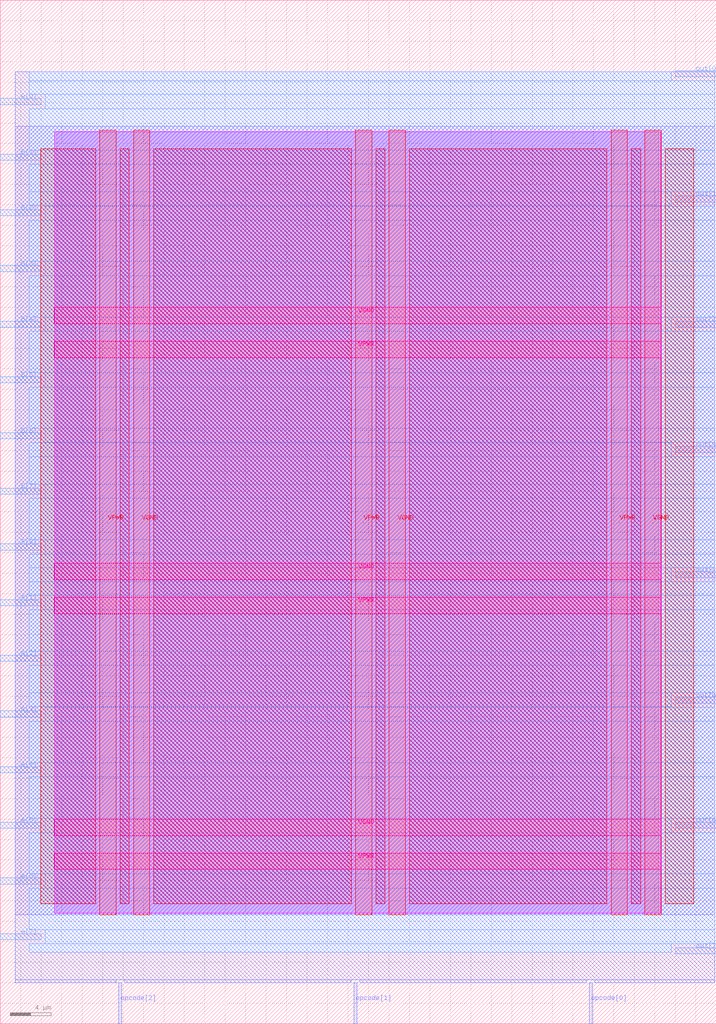
<source format=lef>
VERSION 5.7 ;
  NOWIREEXTENSIONATPIN ON ;
  DIVIDERCHAR "/" ;
  BUSBITCHARS "[]" ;
MACRO main
  CLASS BLOCK ;
  FOREIGN main ;
  ORIGIN 0.000 0.000 ;
  SIZE 70.000 BY 100.000 ;
  PIN A[0]
    DIRECTION INPUT ;
    USE SIGNAL ;
    ANTENNAGATEAREA 0.196500 ;
    PORT
      LAYER met3 ;
        RECT 0.000 46.280 4.000 46.880 ;
    END
  END A[0]
  PIN A[1]
    DIRECTION INPUT ;
    USE SIGNAL ;
    ANTENNAGATEAREA 0.213000 ;
    PORT
      LAYER met3 ;
        RECT 0.000 40.840 4.000 41.440 ;
    END
  END A[1]
  PIN A[2]
    DIRECTION INPUT ;
    USE SIGNAL ;
    ANTENNAGATEAREA 0.213000 ;
    PORT
      LAYER met3 ;
        RECT 0.000 35.400 4.000 36.000 ;
    END
  END A[2]
  PIN A[3]
    DIRECTION INPUT ;
    USE SIGNAL ;
    ANTENNAGATEAREA 0.213000 ;
    PORT
      LAYER met3 ;
        RECT 0.000 29.960 4.000 30.560 ;
    END
  END A[3]
  PIN A[4]
    DIRECTION INPUT ;
    USE SIGNAL ;
    ANTENNAGATEAREA 0.159000 ;
    PORT
      LAYER met3 ;
        RECT 0.000 24.520 4.000 25.120 ;
    END
  END A[4]
  PIN A[5]
    DIRECTION INPUT ;
    USE SIGNAL ;
    ANTENNAGATEAREA 0.213000 ;
    PORT
      LAYER met3 ;
        RECT 0.000 19.080 4.000 19.680 ;
    END
  END A[5]
  PIN A[6]
    DIRECTION INPUT ;
    USE SIGNAL ;
    ANTENNAGATEAREA 0.159000 ;
    PORT
      LAYER met3 ;
        RECT 0.000 13.640 4.000 14.240 ;
    END
  END A[6]
  PIN A[7]
    DIRECTION INPUT ;
    USE SIGNAL ;
    ANTENNAGATEAREA 0.213000 ;
    PORT
      LAYER met3 ;
        RECT 0.000 8.200 4.000 8.800 ;
    END
  END A[7]
  PIN B[0]
    DIRECTION INPUT ;
    USE SIGNAL ;
    ANTENNAGATEAREA 0.213000 ;
    PORT
      LAYER met3 ;
        RECT 0.000 89.800 4.000 90.400 ;
    END
  END B[0]
  PIN B[1]
    DIRECTION INPUT ;
    USE SIGNAL ;
    ANTENNAGATEAREA 0.196500 ;
    PORT
      LAYER met3 ;
        RECT 0.000 84.360 4.000 84.960 ;
    END
  END B[1]
  PIN B[2]
    DIRECTION INPUT ;
    USE SIGNAL ;
    ANTENNAGATEAREA 0.213000 ;
    PORT
      LAYER met3 ;
        RECT 0.000 78.920 4.000 79.520 ;
    END
  END B[2]
  PIN B[3]
    DIRECTION INPUT ;
    USE SIGNAL ;
    ANTENNAGATEAREA 0.126000 ;
    PORT
      LAYER met3 ;
        RECT 0.000 73.480 4.000 74.080 ;
    END
  END B[3]
  PIN B[4]
    DIRECTION INPUT ;
    USE SIGNAL ;
    ANTENNAGATEAREA 0.159000 ;
    PORT
      LAYER met3 ;
        RECT 0.000 68.040 4.000 68.640 ;
    END
  END B[4]
  PIN B[5]
    DIRECTION INPUT ;
    USE SIGNAL ;
    ANTENNAGATEAREA 0.213000 ;
    PORT
      LAYER met3 ;
        RECT 0.000 62.600 4.000 63.200 ;
    END
  END B[5]
  PIN B[6]
    DIRECTION INPUT ;
    USE SIGNAL ;
    ANTENNAGATEAREA 0.159000 ;
    PORT
      LAYER met3 ;
        RECT 0.000 57.160 4.000 57.760 ;
    END
  END B[6]
  PIN B[7]
    DIRECTION INPUT ;
    USE SIGNAL ;
    ANTENNAGATEAREA 0.126000 ;
    PORT
      LAYER met3 ;
        RECT 0.000 51.720 4.000 52.320 ;
    END
  END B[7]
  PIN VGND
    DIRECTION INOUT ;
    USE GROUND ;
    PORT
      LAYER met4 ;
        RECT 13.020 10.640 14.620 87.280 ;
    END
    PORT
      LAYER met4 ;
        RECT 38.020 10.640 39.620 87.280 ;
    END
    PORT
      LAYER met4 ;
        RECT 63.020 10.640 64.620 87.280 ;
    END
    PORT
      LAYER met5 ;
        RECT 5.280 18.380 64.640 19.980 ;
    END
    PORT
      LAYER met5 ;
        RECT 5.280 43.380 64.640 44.980 ;
    END
    PORT
      LAYER met5 ;
        RECT 5.280 68.380 64.640 69.980 ;
    END
  END VGND
  PIN VPWR
    DIRECTION INOUT ;
    USE POWER ;
    PORT
      LAYER met4 ;
        RECT 9.720 10.640 11.320 87.280 ;
    END
    PORT
      LAYER met4 ;
        RECT 34.720 10.640 36.320 87.280 ;
    END
    PORT
      LAYER met4 ;
        RECT 59.720 10.640 61.320 87.280 ;
    END
    PORT
      LAYER met5 ;
        RECT 5.280 15.080 64.640 16.680 ;
    END
    PORT
      LAYER met5 ;
        RECT 5.280 40.080 64.640 41.680 ;
    END
    PORT
      LAYER met5 ;
        RECT 5.280 65.080 64.640 66.680 ;
    END
  END VPWR
  PIN opcode[0]
    DIRECTION INPUT ;
    USE SIGNAL ;
    ANTENNAGATEAREA 0.213000 ;
    PORT
      LAYER met2 ;
        RECT 57.590 0.000 57.870 4.000 ;
    END
  END opcode[0]
  PIN opcode[1]
    DIRECTION INPUT ;
    USE SIGNAL ;
    ANTENNAGATEAREA 0.159000 ;
    PORT
      LAYER met2 ;
        RECT 34.590 0.000 34.870 4.000 ;
    END
  END opcode[1]
  PIN opcode[2]
    DIRECTION INPUT ;
    USE SIGNAL ;
    ANTENNAGATEAREA 0.213000 ;
    PORT
      LAYER met2 ;
        RECT 11.590 0.000 11.870 4.000 ;
    END
  END opcode[2]
  PIN out[0]
    DIRECTION OUTPUT ;
    USE SIGNAL ;
    ANTENNADIFFAREA 0.445500 ;
    PORT
      LAYER met3 ;
        RECT 66.000 92.520 70.000 93.120 ;
    END
  END out[0]
  PIN out[1]
    DIRECTION OUTPUT ;
    USE SIGNAL ;
    ANTENNADIFFAREA 0.445500 ;
    PORT
      LAYER met3 ;
        RECT 66.000 80.280 70.000 80.880 ;
    END
  END out[1]
  PIN out[2]
    DIRECTION OUTPUT ;
    USE SIGNAL ;
    ANTENNADIFFAREA 0.445500 ;
    PORT
      LAYER met3 ;
        RECT 66.000 68.040 70.000 68.640 ;
    END
  END out[2]
  PIN out[3]
    DIRECTION OUTPUT ;
    USE SIGNAL ;
    ANTENNADIFFAREA 0.445500 ;
    PORT
      LAYER met3 ;
        RECT 66.000 55.800 70.000 56.400 ;
    END
  END out[3]
  PIN out[4]
    DIRECTION OUTPUT ;
    USE SIGNAL ;
    ANTENNADIFFAREA 0.445500 ;
    PORT
      LAYER met3 ;
        RECT 66.000 43.560 70.000 44.160 ;
    END
  END out[4]
  PIN out[5]
    DIRECTION OUTPUT ;
    USE SIGNAL ;
    ANTENNADIFFAREA 0.891000 ;
    PORT
      LAYER met3 ;
        RECT 66.000 31.320 70.000 31.920 ;
    END
  END out[5]
  PIN out[6]
    DIRECTION OUTPUT ;
    USE SIGNAL ;
    ANTENNADIFFAREA 0.445500 ;
    PORT
      LAYER met3 ;
        RECT 66.000 19.080 70.000 19.680 ;
    END
  END out[6]
  PIN out[7]
    DIRECTION OUTPUT ;
    USE SIGNAL ;
    ANTENNADIFFAREA 0.445500 ;
    PORT
      LAYER met3 ;
        RECT 66.000 6.840 70.000 7.440 ;
    END
  END out[7]
  OBS
      LAYER nwell ;
        RECT 5.330 10.795 64.590 87.125 ;
      LAYER li1 ;
        RECT 5.520 10.795 64.400 87.125 ;
      LAYER met1 ;
        RECT 1.450 10.640 69.850 87.680 ;
      LAYER met2 ;
        RECT 1.480 4.280 69.830 93.005 ;
        RECT 1.480 4.000 11.310 4.280 ;
        RECT 12.150 4.000 34.310 4.280 ;
        RECT 35.150 4.000 57.310 4.280 ;
        RECT 58.150 4.000 69.830 4.280 ;
      LAYER met3 ;
        RECT 2.825 92.120 65.600 92.985 ;
        RECT 2.825 90.800 69.855 92.120 ;
        RECT 4.400 89.400 69.855 90.800 ;
        RECT 2.825 85.360 69.855 89.400 ;
        RECT 4.400 83.960 69.855 85.360 ;
        RECT 2.825 81.280 69.855 83.960 ;
        RECT 2.825 79.920 65.600 81.280 ;
        RECT 4.400 79.880 65.600 79.920 ;
        RECT 4.400 78.520 69.855 79.880 ;
        RECT 2.825 74.480 69.855 78.520 ;
        RECT 4.400 73.080 69.855 74.480 ;
        RECT 2.825 69.040 69.855 73.080 ;
        RECT 4.400 67.640 65.600 69.040 ;
        RECT 2.825 63.600 69.855 67.640 ;
        RECT 4.400 62.200 69.855 63.600 ;
        RECT 2.825 58.160 69.855 62.200 ;
        RECT 4.400 56.800 69.855 58.160 ;
        RECT 4.400 56.760 65.600 56.800 ;
        RECT 2.825 55.400 65.600 56.760 ;
        RECT 2.825 52.720 69.855 55.400 ;
        RECT 4.400 51.320 69.855 52.720 ;
        RECT 2.825 47.280 69.855 51.320 ;
        RECT 4.400 45.880 69.855 47.280 ;
        RECT 2.825 44.560 69.855 45.880 ;
        RECT 2.825 43.160 65.600 44.560 ;
        RECT 2.825 41.840 69.855 43.160 ;
        RECT 4.400 40.440 69.855 41.840 ;
        RECT 2.825 36.400 69.855 40.440 ;
        RECT 4.400 35.000 69.855 36.400 ;
        RECT 2.825 32.320 69.855 35.000 ;
        RECT 2.825 30.960 65.600 32.320 ;
        RECT 4.400 30.920 65.600 30.960 ;
        RECT 4.400 29.560 69.855 30.920 ;
        RECT 2.825 25.520 69.855 29.560 ;
        RECT 4.400 24.120 69.855 25.520 ;
        RECT 2.825 20.080 69.855 24.120 ;
        RECT 4.400 18.680 65.600 20.080 ;
        RECT 2.825 14.640 69.855 18.680 ;
        RECT 4.400 13.240 69.855 14.640 ;
        RECT 2.825 9.200 69.855 13.240 ;
        RECT 4.400 7.840 69.855 9.200 ;
        RECT 4.400 7.800 65.600 7.840 ;
        RECT 2.825 6.975 65.600 7.800 ;
      LAYER met4 ;
        RECT 3.975 11.735 9.320 85.505 ;
        RECT 11.720 11.735 12.620 85.505 ;
        RECT 15.020 11.735 34.320 85.505 ;
        RECT 36.720 11.735 37.620 85.505 ;
        RECT 40.020 11.735 59.320 85.505 ;
        RECT 61.720 11.735 62.620 85.505 ;
        RECT 65.020 11.735 67.785 85.505 ;
  END
END main
END LIBRARY


</source>
